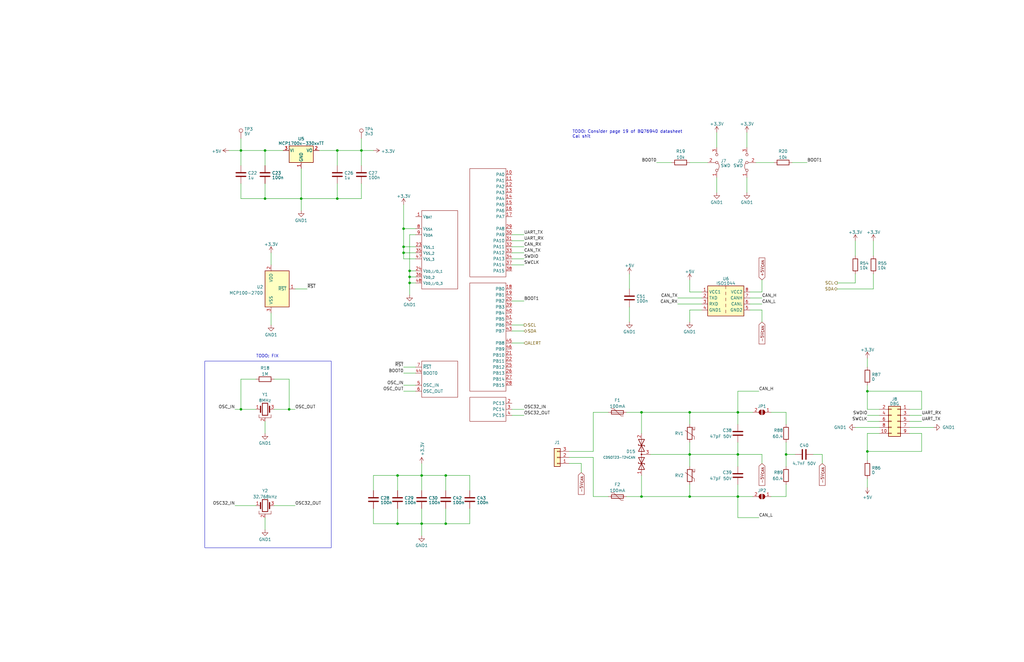
<source format=kicad_sch>
(kicad_sch (version 20230121) (generator eeschema)
  (paper "B")
  (lib_symbols
    (symbol "Connector:TestPoint" (pin_numbers hide) (pin_names (offset 0.762) hide)
      (property "Reference" "TP" (at 0 6.858 0))
      (property "Value" "TestPoint" (at 0 5.08 0))
      (symbol "TestPoint_1_1"
        (pin passive line (at 0 0 90) (length 2.54) (name "1") (number "1"))
      )
    )
    (symbol "Connector_Generic:Conn_01x03" (pin_names (offset 1.016) hide)
      (property "Reference" "J" (at 0 5.08 0))
      (property "Value" "Conn_01x03" (at 0 -5.08 0))
      (symbol "Conn_01x03_1_1"
        (pin passive line (at -5.08 2.54 0) (length 3.81) (name "Pin_1") (number "1"))
        (pin passive line (at -5.08 0 0) (length 3.81) (name "Pin_2") (number "2"))
        (pin passive line (at -5.08 -2.54 0) (length 3.81) (name "Pin_3") (number "3"))
      )
    )
    (symbol "Connector_Generic:Conn_02x05_Odd_Even" (pin_names (offset 1.016) hide)
      (property "Reference" "J" (at 1.27 7.62 0))
      (property "Value" "Conn_02x05_Odd_Even" (at 1.27 -7.62 0))
      (symbol "Conn_02x05_Odd_Even_1_1"
        (pin passive line (at -5.08 5.08 0) (length 3.81) (name "Pin_1") (number "1"))
        (pin passive line (at 7.62 -5.08 180) (length 3.81) (name "Pin_10") (number "10"))
        (pin passive line (at 7.62 5.08 180) (length 3.81) (name "Pin_2") (number "2"))
        (pin passive line (at -5.08 2.54 0) (length 3.81) (name "Pin_3") (number "3"))
        (pin passive line (at 7.62 2.54 180) (length 3.81) (name "Pin_4") (number "4"))
        (pin passive line (at -5.08 0 0) (length 3.81) (name "Pin_5") (number "5"))
        (pin passive line (at 7.62 0 180) (length 3.81) (name "Pin_6") (number "6"))
        (pin passive line (at -5.08 -2.54 0) (length 3.81) (name "Pin_7") (number "7"))
        (pin passive line (at 7.62 -2.54 180) (length 3.81) (name "Pin_8") (number "8"))
        (pin passive line (at -5.08 -5.08 0) (length 3.81) (name "Pin_9") (number "9"))
      )
    )
    (symbol "Device:C" (pin_numbers hide) (pin_names (offset 0.254))
      (property "Reference" "C" (at 0.635 2.54 0))
      (property "Value" "C" (at 0.635 -2.54 0))
      (symbol "C_1_1"
        (pin passive line (at 0 3.81 270) (length 2.794) (name "~") (number "1"))
        (pin passive line (at 0 -3.81 90) (length 2.794) (name "~") (number "2"))
      )
    )
    (symbol "Device:Crystal_GND2" (pin_names (offset 1.016) hide)
      (property "Reference" "Y" (at 0 5.715 0))
      (property "Value" "Crystal_GND2" (at 0 3.81 0))
      (symbol "Crystal_GND2_1_1"
        (pin passive line (at -3.81 0 0) (length 1.27) (name "1") (number "1"))
        (pin passive line (at 0 -5.08 90) (length 1.27) (name "2") (number "2"))
        (pin passive line (at 3.81 0 180) (length 1.27) (name "3") (number "3"))
      )
    )
    (symbol "Device:D_TVS_Dual_AAC" (pin_names (offset 1.016) hide)
      (property "Reference" "D" (at 0 4.445 0))
      (property "Value" "D_TVS_Dual_AAC" (at 0 2.54 0))
      (symbol "D_TVS_Dual_AAC_1_1"
        (pin passive line (at -8.89 0 0) (length 2.54) (name "A1") (number "1"))
        (pin passive line (at 8.89 0 180) (length 2.54) (name "A2") (number "2"))
        (pin input line (at 0 -3.81 90) (length 2.54) (name "common") (number "3"))
      )
    )
    (symbol "Device:Polyfuse" (pin_numbers hide) (pin_names (offset 0))
      (property "Reference" "F" (at -2.54 0 90))
      (property "Value" "Polyfuse" (at 2.54 0 90))
      (symbol "Polyfuse_1_1"
        (pin passive line (at 0 3.81 270) (length 1.27) (name "~") (number "1"))
        (pin passive line (at 0 -3.81 90) (length 1.27) (name "~") (number "2"))
      )
    )
    (symbol "Device:R" (pin_numbers hide) (pin_names (offset 0))
      (property "Reference" "R" (at 2.032 0 90))
      (property "Value" "R" (at 0 0 90))
      (symbol "R_1_1"
        (pin passive line (at 0 3.81 270) (length 1.27) (name "~") (number "1"))
        (pin passive line (at 0 -3.81 90) (length 1.27) (name "~") (number "2"))
      )
    )
    (symbol "Device:Varistor" (pin_numbers hide) (pin_names (offset 0))
      (property "Reference" "RV" (at 3.175 0 90))
      (property "Value" "Varistor" (at -3.175 0 90))
      (symbol "Varistor_0_0"
        (text "U" (at -1.778 -2.032 0) (effects (font (size 1.27 1.27))))
      )
      (symbol "Varistor_1_1"
        (pin passive line (at 0 3.81 270) (length 1.27) (name "~") (number "1"))
        (pin passive line (at 0 -3.81 90) (length 1.27) (name "~") (number "2"))
      )
    )
    (symbol "Jumper:Jumper_3_Bridged12" (pin_names (offset 0) hide)
      (property "Reference" "JP" (at -2.54 -2.54 0))
      (property "Value" "Jumper_3_Bridged12" (at 0 2.794 0))
      (symbol "Jumper_3_Bridged12_1_1"
        (pin passive line (at -6.35 0 0) (length 2.54) (name "A") (number "1"))
        (pin passive line (at 0 -3.81 90) (length 2.54) (name "C") (number "2"))
        (pin passive line (at 6.35 0 180) (length 2.54) (name "B") (number "3"))
      )
    )
    (symbol "Jumper:SolderJumper_2_Open" (pin_names (offset 0) hide)
      (property "Reference" "JP" (at 0 2.032 0))
      (property "Value" "SolderJumper_2_Open" (at 0 -2.54 0))
      (symbol "SolderJumper_2_Open_1_1"
        (pin passive line (at -3.81 0 0) (length 2.54) (name "A") (number "1"))
        (pin passive line (at 3.81 0 180) (length 2.54) (name "B") (number "2"))
      )
    )
    (symbol "Power_Supervisor:MCP100-270D" (pin_names (offset 1.016))
      (property "Reference" "U" (at 0 8.89 0))
      (property "Value" "MCP100-270D" (at -1.27 -8.89 0))
      (symbol "MCP100-270D_1_1"
        (pin output line (at 7.62 0 180) (length 2.54) (name "~{RST}") (number "1"))
        (pin power_in line (at -2.54 10.16 270) (length 2.54) (name "VDD") (number "2"))
        (pin power_in line (at -2.54 -10.16 90) (length 2.54) (name "VSS") (number "3"))
      )
    )
    (symbol "Regulator_Linear:MCP1700x-330xxTT" (pin_names (offset 0.254))
      (property "Reference" "U" (at -3.81 3.175 0))
      (property "Value" "MCP1700x-330xxTT" (at 0 3.175 0))
      (symbol "MCP1700x-330xxTT_1_1"
        (pin power_in line (at 0 -7.62 90) (length 2.54) (name "GND") (number "1"))
        (pin power_out line (at 7.62 0 180) (length 2.54) (name "VO") (number "2"))
        (pin power_in line (at -7.62 0 0) (length 2.54) (name "VI") (number "3"))
      )
    )
    (symbol "power:+3.3V" (power) (pin_names (offset 0))
      (property "Value" "+3.3V" (at 0 3.556 0))
      (symbol "+3.3V_1_1"
        (pin power_in line (at 0 0 90) (length 0) hide (name "+3.3V") (number "1"))
      )
    )
    (symbol "power:+5V" (power) (pin_names (offset 0))
      (property "Value" "+5V" (at 0 3.556 0))
      (symbol "+5V_1_1"
        (pin power_in line (at 0 0 90) (length 0) hide (name "+5V") (number "1"))
      )
    )
    (symbol "power:GND1" (power) (pin_names (offset 0))
      (property "Value" "GND1" (at 0 -3.81 0))
      (symbol "GND1_1_1"
        (pin power_in line (at 0 0 270) (length 0) hide (name "GND1") (number "1"))
      )
    )
    (symbol "qtech:CH32V203CxT6"
      (symbol "CH32V203CxT6_1_1"
        (pin input line (at 10.16 20.32 180) (length 2.54) (name "PA0") (number "10"))
        (pin input line (at 10.16 17.78 180) (length 2.54) (name "PA1") (number "11"))
        (pin input line (at 10.16 15.24 180) (length 2.54) (name "PA2") (number "12"))
        (pin input line (at 10.16 12.7 180) (length 2.54) (name "PA3") (number "13"))
        (pin input line (at 10.16 10.16 180) (length 2.54) (name "PA4") (number "14"))
        (pin input line (at 10.16 7.62 180) (length 2.54) (name "PA5") (number "15"))
        (pin input line (at 10.16 5.08 180) (length 2.54) (name "PA6") (number "16"))
        (pin input line (at 10.16 2.54 180) (length 2.54) (name "PA7") (number "17"))
        (pin input line (at 10.16 -2.54 180) (length 2.54) (name "PA8") (number "29"))
        (pin input line (at 10.16 -5.08 180) (length 2.54) (name "PA9") (number "30"))
        (pin input line (at 10.16 -7.62 180) (length 2.54) (name "PA10") (number "31"))
        (pin input line (at 10.16 -10.16 180) (length 2.54) (name "PA11") (number "32"))
        (pin input line (at 10.16 -12.7 180) (length 2.54) (name "PA12") (number "33"))
        (pin input line (at 10.16 -15.24 180) (length 2.54) (name "PA13") (number "34"))
        (pin input line (at 10.16 -17.78 180) (length 2.54) (name "PA14") (number "37"))
        (pin input line (at 10.16 -20.32 180) (length 2.54) (name "PA15") (number "38"))
      )
      (symbol "CH32V203CxT6_2_1"
        (pin input line (at 10.16 20.32 180) (length 2.54) (name "PB0") (number "18"))
        (pin input line (at 10.16 17.78 180) (length 2.54) (name "PB1") (number "19"))
        (pin input line (at 10.16 15.24 180) (length 2.54) (name "PB2") (number "20"))
        (pin input line (at 10.16 -7.62 180) (length 2.54) (name "PB10") (number "21"))
        (pin input line (at 10.16 -10.16 180) (length 2.54) (name "PB11") (number "22"))
        (pin input line (at 10.16 -12.7 180) (length 2.54) (name "PB12") (number "25"))
        (pin input line (at 10.16 -15.24 180) (length 2.54) (name "PB13") (number "26"))
        (pin input line (at 10.16 -17.78 180) (length 2.54) (name "PB14") (number "27"))
        (pin input line (at 10.16 -20.32 180) (length 2.54) (name "PB15") (number "28"))
        (pin input line (at 10.16 12.7 180) (length 2.54) (name "PB3") (number "39"))
        (pin input line (at 10.16 10.16 180) (length 2.54) (name "PB4") (number "40"))
        (pin input line (at 10.16 7.62 180) (length 2.54) (name "PB5") (number "41"))
        (pin input line (at 10.16 5.08 180) (length 2.54) (name "PB6") (number "42"))
        (pin input line (at 10.16 2.54 180) (length 2.54) (name "PB7") (number "43"))
        (pin input line (at 10.16 -2.54 180) (length 2.54) (name "PB8") (number "45"))
        (pin input line (at 10.16 -5.08 180) (length 2.54) (name "PB9") (number "46"))
      )
      (symbol "CH32V203CxT6_3_1"
        (pin input line (at 10.16 2.54 180) (length 2.54) (name "PC13") (number "2"))
        (pin input line (at 10.16 0 180) (length 2.54) (name "PC14") (number "3"))
        (pin input line (at 10.16 -2.54 180) (length 2.54) (name "PC15") (number "4"))
      )
      (symbol "CH32V203CxT6_4_1"
        (pin input line (at -10.16 2.54 0) (length 2.54) (name "BOOT0") (number "44"))
        (pin input line (at -10.16 -2.54 0) (length 2.54) (name "OSC_IN") (number "5"))
        (pin input line (at -10.16 -5.08 0) (length 2.54) (name "OSC_OUT") (number "6"))
        (pin input line (at -10.16 5.08 0) (length 2.54) (name "~{RST}") (number "7"))
      )
      (symbol "CH32V203CxT6_5_1"
        (pin input line (at -10.16 15.24 0) (length 2.54) (name "V_{BAT}") (number "1"))
        (pin input line (at -10.16 2.54 0) (length 2.54) (name "V_{SS_1}") (number "23"))
        (pin input line (at -10.16 -7.62 0) (length 2.54) (name "V_{DD_I/O_1}") (number "24"))
        (pin input line (at -10.16 0 0) (length 2.54) (name "V_{SS_2}") (number "35"))
        (pin input line (at -10.16 -10.16 0) (length 2.54) (name "V_{DD_2}") (number "36"))
        (pin input line (at -10.16 -2.54 0) (length 2.54) (name "V_{SS_3}") (number "47"))
        (pin input line (at -10.16 -12.7 0) (length 2.54) (name "V_{DD_I/O_3}") (number "48"))
        (pin input line (at -10.16 10.16 0) (length 2.54) (name "V_{SSA}") (number "8"))
        (pin input line (at -10.16 7.62 0) (length 2.54) (name "V_{DDA}") (number "9"))
      )
    )
    (symbol "qtech:ISO1044"
      (property "Reference" "U" (at -7.62 8.89 0))
      (property "Value" "ISO1044" (at -7.62 6.35 0))
      (symbol "ISO1044_1_1"
        (pin power_in line (at -10.16 2.54 0) (length 2.54) (name "VCC1") (number "1"))
        (pin input line (at -10.16 0 0) (length 2.54) (name "TXD") (number "2"))
        (pin output line (at -10.16 -2.54 0) (length 2.54) (name "RXD") (number "3"))
        (pin power_in line (at -10.16 -5.08 0) (length 2.54) (name "GND1") (number "4"))
        (pin power_in line (at 10.16 -5.08 180) (length 2.54) (name "GND2") (number "5"))
        (pin bidirectional line (at 10.16 -2.54 180) (length 2.54) (name "CANL") (number "6"))
        (pin bidirectional line (at 10.16 0 180) (length 2.54) (name "CANH") (number "7"))
        (pin power_in line (at 10.16 2.54 180) (length 2.54) (name "VCC2") (number "8"))
      )
    )
  )
  (junction (at 311.15 173.99))
  (junction (at 127 83.82))
  (junction (at 177.8 220.98))
  (junction (at 311.15 191.77))
  (junction (at 142.24 63.5))
  (junction (at 172.72 116.84))
  (junction (at 270.51 173.99))
  (junction (at 331.47 191.77))
  (junction (at 290.83 173.99))
  (junction (at 170.18 104.14))
  (junction (at 187.96 220.98))
  (junction (at 177.8 200.66))
  (junction (at 167.64 220.98))
  (junction (at 142.24 83.82))
  (junction (at 170.18 96.52))
  (junction (at 290.83 209.55))
  (junction (at 152.4 63.5))
  (junction (at 172.72 119.38))
  (junction (at 365.76 165.1))
  (junction (at 111.76 83.82))
  (junction (at 290.83 191.77))
  (junction (at 101.6 63.5))
  (junction (at 111.76 63.5))
  (junction (at 101.6 172.72))
  (junction (at 270.51 209.55))
  (junction (at 172.72 114.3))
  (junction (at 365.76 190.5))
  (junction (at 121.92 172.72))
  (junction (at 167.64 200.66))
  (junction (at 311.15 209.55))
  (junction (at 187.96 200.66))
  (junction (at 170.18 106.68))
  (wire (pts (xy 152.4 69.85) (xy 152.4 63.5)))
  (wire (pts (xy 115.57 213.36) (xy 124.46 213.36)))
  (wire (pts (xy 270.51 209.55) (xy 290.83 209.55)))
  (wire (pts (xy 142.24 77.47) (xy 142.24 83.82)))
  (wire (pts (xy 331.47 173.99) (xy 325.12 173.99)))
  (wire (pts (xy 302.26 55.88) (xy 302.26 62.23)))
  (wire (pts (xy 383.54 177.8) (xy 388.62 177.8)))
  (wire (pts (xy 187.96 220.98) (xy 187.96 214.63)))
  (wire (pts (xy 295.91 128.27) (xy 285.75 128.27)))
  (wire (pts (xy 115.57 172.72) (xy 121.92 172.72)))
  (wire (pts (xy 250.19 173.99) (xy 256.54 173.99)))
  (wire (pts (xy 383.54 172.72) (xy 388.62 172.72)))
  (wire (pts (xy 365.76 182.88) (xy 365.76 190.5)))
  (wire (pts (xy 368.3 101.6) (xy 368.3 107.95)))
  (wire (pts (xy 295.91 125.73) (xy 285.75 125.73)))
  (wire (pts (xy 331.47 204.47) (xy 331.47 209.55)))
  (wire (pts (xy 311.15 204.47) (xy 311.15 209.55)))
  (wire (pts (xy 311.15 165.1) (xy 311.15 173.99)))
  (wire (pts (xy 198.12 220.98) (xy 198.12 214.63)))
  (wire (pts (xy 368.3 115.57) (xy 368.3 121.92)))
  (wire (pts (xy 172.72 119.38) (xy 172.72 116.84)))
  (wire (pts (xy 331.47 209.55) (xy 325.12 209.55)))
  (wire (pts (xy 250.19 209.55) (xy 256.54 209.55)))
  (wire (pts (xy 353.06 121.92) (xy 368.3 121.92)))
  (wire (pts (xy 311.15 173.99) (xy 317.5 173.99)))
  (wire (pts (xy 220.98 172.72) (xy 215.9 172.72)))
  (wire (pts (xy 170.18 165.1) (xy 175.26 165.1)))
  (wire (pts (xy 172.72 116.84) (xy 175.26 116.84)))
  (wire (pts (xy 290.83 68.58) (xy 298.45 68.58)))
  (wire (pts (xy 111.76 63.5) (xy 119.38 63.5)))
  (wire (pts (xy 365.76 151.13) (xy 365.76 154.94)))
  (wire (pts (xy 388.62 182.88) (xy 383.54 182.88)))
  (wire (pts (xy 340.36 68.58) (xy 334.01 68.58)))
  (wire (pts (xy 170.18 96.52) (xy 170.18 104.14)))
  (wire (pts (xy 152.4 83.82) (xy 152.4 77.47)))
  (wire (pts (xy 321.31 123.19) (xy 316.23 123.19)))
  (wire (pts (xy 167.64 200.66) (xy 167.64 207.01)))
  (wire (pts (xy 331.47 191.77) (xy 335.28 191.77)))
  (wire (pts (xy 388.62 182.88) (xy 388.62 190.5)))
  (wire (pts (xy 167.64 214.63) (xy 167.64 220.98)))
  (wire (pts (xy 365.76 162.56) (xy 365.76 165.1)))
  (wire (pts (xy 388.62 165.1) (xy 388.62 172.72)))
  (wire (pts (xy 111.76 63.5) (xy 111.76 69.85)))
  (wire (pts (xy 198.12 200.66) (xy 187.96 200.66)))
  (wire (pts (xy 250.19 193.04) (xy 240.03 193.04)))
  (wire (pts (xy 331.47 186.69) (xy 331.47 191.77)))
  (wire (pts (xy 172.72 114.3) (xy 175.26 114.3)))
  (wire (pts (xy 170.18 157.48) (xy 175.26 157.48)))
  (wire (pts (xy 170.18 104.14) (xy 170.18 106.68)))
  (wire (pts (xy 311.15 209.55) (xy 317.5 209.55)))
  (wire (pts (xy 316.23 128.27) (xy 321.31 128.27)))
  (wire (pts (xy 157.48 214.63) (xy 157.48 220.98)))
  (wire (pts (xy 170.18 162.56) (xy 175.26 162.56)))
  (wire (pts (xy 265.43 115.57) (xy 265.43 121.92)))
  (wire (pts (xy 360.68 180.34) (xy 370.84 180.34)))
  (wire (pts (xy 311.15 173.99) (xy 311.15 179.07)))
  (wire (pts (xy 101.6 77.47) (xy 101.6 83.82)))
  (wire (pts (xy 172.72 99.06) (xy 175.26 99.06)))
  (wire (pts (xy 177.8 220.98) (xy 177.8 226.06)))
  (wire (pts (xy 245.11 199.39) (xy 245.11 195.58)))
  (wire (pts (xy 99.06 213.36) (xy 107.95 213.36)))
  (wire (pts (xy 114.3 106.68) (xy 114.3 111.76)))
  (wire (pts (xy 290.83 130.81) (xy 295.91 130.81)))
  (wire (pts (xy 187.96 220.98) (xy 198.12 220.98)))
  (wire (pts (xy 311.15 186.69) (xy 311.15 191.77)))
  (wire (pts (xy 101.6 172.72) (xy 107.95 172.72)))
  (wire (pts (xy 346.71 191.77) (xy 342.9 191.77)))
  (wire (pts (xy 215.9 137.16) (xy 220.98 137.16)))
  (wire (pts (xy 167.64 220.98) (xy 177.8 220.98)))
  (wire (pts (xy 172.72 119.38) (xy 172.72 124.46)))
  (wire (pts (xy 101.6 172.72) (xy 101.6 160.02)))
  (wire (pts (xy 250.19 193.04) (xy 250.19 209.55)))
  (wire (pts (xy 121.92 172.72) (xy 124.46 172.72)))
  (wire (pts (xy 290.83 135.89) (xy 290.83 130.81)))
  (wire (pts (xy 172.72 114.3) (xy 172.72 99.06)))
  (wire (pts (xy 167.64 200.66) (xy 177.8 200.66)))
  (wire (pts (xy 365.76 175.26) (xy 370.84 175.26)))
  (wire (pts (xy 177.8 214.63) (xy 177.8 220.98)))
  (wire (pts (xy 215.9 101.6) (xy 220.98 101.6)))
  (wire (pts (xy 314.96 62.23) (xy 314.96 55.88)))
  (wire (pts (xy 331.47 191.77) (xy 331.47 196.85)))
  (wire (pts (xy 321.31 118.11) (xy 321.31 123.19)))
  (wire (pts (xy 152.4 63.5) (xy 157.48 63.5)))
  (wire (pts (xy 111.76 77.47) (xy 111.76 83.82)))
  (wire (pts (xy 264.16 173.99) (xy 270.51 173.99)))
  (wire (pts (xy 157.48 200.66) (xy 157.48 207.01)))
  (wire (pts (xy 198.12 207.01) (xy 198.12 200.66)))
  (wire (pts (xy 383.54 175.26) (xy 388.62 175.26)))
  (wire (pts (xy 318.77 68.58) (xy 326.39 68.58)))
  (wire (pts (xy 290.83 191.77) (xy 274.32 191.77)))
  (wire (pts (xy 96.52 63.5) (xy 101.6 63.5)))
  (wire (pts (xy 331.47 179.07) (xy 331.47 173.99)))
  (wire (pts (xy 311.15 191.77) (xy 311.15 196.85)))
  (wire (pts (xy 220.98 127) (xy 215.9 127)))
  (wire (pts (xy 346.71 191.77) (xy 346.71 195.58)))
  (wire (pts (xy 311.15 191.77) (xy 321.31 191.77)))
  (wire (pts (xy 215.9 104.14) (xy 220.98 104.14)))
  (wire (pts (xy 365.76 190.5) (xy 365.76 194.31)))
  (wire (pts (xy 311.15 209.55) (xy 311.15 218.44)))
  (wire (pts (xy 101.6 63.5) (xy 101.6 69.85)))
  (wire (pts (xy 177.8 220.98) (xy 187.96 220.98)))
  (wire (pts (xy 365.76 165.1) (xy 365.76 172.72)))
  (wire (pts (xy 321.31 135.89) (xy 321.31 130.81)))
  (wire (pts (xy 142.24 63.5) (xy 152.4 63.5)))
  (wire (pts (xy 270.51 173.99) (xy 290.83 173.99)))
  (wire (pts (xy 290.83 191.77) (xy 311.15 191.77)))
  (wire (pts (xy 111.76 218.44) (xy 111.76 223.52)))
  (wire (pts (xy 215.9 111.76) (xy 220.98 111.76)))
  (wire (pts (xy 170.18 106.68) (xy 170.18 109.22)))
  (wire (pts (xy 311.15 218.44) (xy 320.04 218.44)))
  (wire (pts (xy 383.54 180.34) (xy 393.7 180.34)))
  (wire (pts (xy 170.18 96.52) (xy 175.26 96.52)))
  (wire (pts (xy 240.03 190.5) (xy 250.19 190.5)))
  (wire (pts (xy 240.03 195.58) (xy 245.11 195.58)))
  (wire (pts (xy 220.98 175.26) (xy 215.9 175.26)))
  (wire (pts (xy 290.83 186.69) (xy 290.83 191.77)))
  (wire (pts (xy 290.83 209.55) (xy 311.15 209.55)))
  (wire (pts (xy 321.31 130.81) (xy 316.23 130.81)))
  (wire (pts (xy 99.06 172.72) (xy 101.6 172.72)))
  (wire (pts (xy 265.43 129.54) (xy 265.43 135.89)))
  (wire (pts (xy 365.76 165.1) (xy 388.62 165.1)))
  (wire (pts (xy 167.64 200.66) (xy 157.48 200.66)))
  (wire (pts (xy 365.76 182.88) (xy 370.84 182.88)))
  (wire (pts (xy 177.8 200.66) (xy 177.8 207.01)))
  (wire (pts (xy 270.51 200.66) (xy 270.51 209.55)))
  (wire (pts (xy 124.46 121.92) (xy 129.54 121.92)))
  (wire (pts (xy 187.96 207.01) (xy 187.96 200.66)))
  (wire (pts (xy 175.26 154.94) (xy 170.18 154.94)))
  (wire (pts (xy 101.6 63.5) (xy 111.76 63.5)))
  (wire (pts (xy 290.83 173.99) (xy 311.15 173.99)))
  (wire (pts (xy 360.68 115.57) (xy 360.68 119.38)))
  (wire (pts (xy 264.16 209.55) (xy 270.51 209.55)))
  (wire (pts (xy 290.83 123.19) (xy 295.91 123.19)))
  (wire (pts (xy 276.86 68.58) (xy 283.21 68.58)))
  (wire (pts (xy 290.83 191.77) (xy 290.83 196.85)))
  (wire (pts (xy 365.76 172.72) (xy 370.84 172.72)))
  (wire (pts (xy 142.24 63.5) (xy 142.24 69.85)))
  (wire (pts (xy 127 83.82) (xy 142.24 83.82)))
  (wire (pts (xy 215.9 139.7) (xy 220.98 139.7)))
  (wire (pts (xy 142.24 83.82) (xy 152.4 83.82)))
  (wire (pts (xy 215.9 106.68) (xy 220.98 106.68)))
  (wire (pts (xy 115.57 160.02) (xy 121.92 160.02)))
  (wire (pts (xy 111.76 83.82) (xy 127 83.82)))
  (wire (pts (xy 170.18 106.68) (xy 175.26 106.68)))
  (wire (pts (xy 101.6 83.82) (xy 111.76 83.82)))
  (wire (pts (xy 152.4 58.42) (xy 152.4 63.5)))
  (wire (pts (xy 290.83 118.11) (xy 290.83 123.19)))
  (wire (pts (xy 170.18 109.22) (xy 175.26 109.22)))
  (wire (pts (xy 101.6 58.42) (xy 101.6 63.5)))
  (wire (pts (xy 215.9 109.22) (xy 220.98 109.22)))
  (wire (pts (xy 270.51 173.99) (xy 270.51 182.88)))
  (wire (pts (xy 365.76 190.5) (xy 388.62 190.5)))
  (wire (pts (xy 134.62 63.5) (xy 142.24 63.5)))
  (wire (pts (xy 172.72 116.84) (xy 172.72 114.3)))
  (wire (pts (xy 157.48 220.98) (xy 167.64 220.98)))
  (wire (pts (xy 250.19 190.5) (xy 250.19 173.99)))
  (wire (pts (xy 321.31 191.77) (xy 321.31 195.58)))
  (wire (pts (xy 316.23 125.73) (xy 321.31 125.73)))
  (wire (pts (xy 114.3 132.08) (xy 114.3 137.16)))
  (wire (pts (xy 121.92 160.02) (xy 121.92 172.72)))
  (wire (pts (xy 187.96 200.66) (xy 177.8 200.66)))
  (wire (pts (xy 311.15 165.1) (xy 320.04 165.1)))
  (wire (pts (xy 111.76 177.8) (xy 111.76 182.88)))
  (wire (pts (xy 365.76 201.93) (xy 365.76 205.74)))
  (wire (pts (xy 170.18 86.36) (xy 170.18 96.52)))
  (wire (pts (xy 302.26 74.93) (xy 302.26 81.28)))
  (wire (pts (xy 127 83.82) (xy 127 88.9)))
  (wire (pts (xy 215.9 144.78) (xy 220.98 144.78)))
  (wire (pts (xy 365.76 177.8) (xy 370.84 177.8)))
  (wire (pts (xy 290.83 204.47) (xy 290.83 209.55)))
  (wire (pts (xy 353.06 119.38) (xy 360.68 119.38)))
  (wire (pts (xy 101.6 160.02) (xy 107.95 160.02)))
  (wire (pts (xy 360.68 101.6) (xy 360.68 107.95)))
  (wire (pts (xy 314.96 74.93) (xy 314.96 81.28)))
  (wire (pts (xy 170.18 104.14) (xy 175.26 104.14)))
  (wire (pts (xy 172.72 119.38) (xy 175.26 119.38)))
  (wire (pts (xy 215.9 99.06) (xy 220.98 99.06)))
  (wire (pts (xy 177.8 195.58) (xy 177.8 200.66)))
  (wire (pts (xy 290.83 173.99) (xy 290.83 179.07)))
  (wire (pts (xy 127 71.12) (xy 127 83.82)))
  (rectangle (start 86.36 152.4) (end 139.7 231.14))
  (text "TODO: FIX" (at 107.95 151.13 0) (effects (font (size 1.27 1.27)) (justify left bottom)))
  (text "TODO: Consider page 19 of BQ76940 datasheet\nCal shit" (at 241.3 58.42 0) (effects (font (size 1.27 1.27)) (justify left bottom)))
  (label "OSC32_IN" (at 99.06 213.36 180))
  (label "CAN_L" (at 320.04 218.44 0))
  (label "OSC32_OUT" (at 124.46 213.36 0))
  (label "UART_TX" (at 388.62 177.8 0))
  (label "OSC_IN" (at 170.18 162.56 180))
  (label "OSC_IN" (at 99.06 172.72 180))
  (label "SWDIO" (at 365.76 175.26 180))
  (label "CAN_H" (at 321.31 125.73 0))
  (label "SWCLK" (at 365.76 177.8 180))
  (label "OSC_OUT" (at 170.18 165.1 180))
  (label "CAN_RX" (at 285.75 128.27 180))
  (label "SWCLK" (at 220.98 111.76 0))
  (label "BOOT1" (at 220.98 127 0))
  (label "OSC32_OUT" (at 220.98 175.26 0))
  (label "~{RST}" (at 170.18 154.94 180))
  (label "UART_TX" (at 220.98 99.06 0))
  (label "~{RST}" (at 129.54 121.92 0))
  (label "CAN_H" (at 320.04 165.1 0))
  (label "UART_RX" (at 220.98 101.6 0))
  (label "BOOT1" (at 340.36 68.58 0))
  (label "BOOT0" (at 170.18 157.48 180))
  (label "SWDIO" (at 220.98 109.22 0))
  (label "BOOT0" (at 276.86 68.58 180))
  (label "OSC32_IN" (at 220.98 172.72 0))
  (label "CAN_TX" (at 285.75 125.73 180))
  (label "CAN_RX" (at 220.98 104.14 0))
  (label "UART_RX" (at 388.62 175.26 0))
  (label "OSC_OUT" (at 124.46 172.72 0))
  (label "CAN_TX" (at 220.98 106.68 0))
  (label "CAN_L" (at 321.31 128.27 0))
  (global_label "-5V_{CAN}" (shape input) (at 346.71 195.58 270) (property "Intersheetrefs" "${INTERSHEET_REFS}" (effects hide)))
  (global_label "+5V_{CAN}" (shape input) (at 321.31 118.11 90) (property "Intersheetrefs" "${INTERSHEET_REFS}" (effects hide)))
  (global_label "-5V_{CAN}" (shape input) (at 245.11 199.39 270) (property "Intersheetrefs" "${INTERSHEET_REFS}" (effects hide)))
  (global_label "-5V_{CAN}" (shape input) (at 321.31 135.89 270) (property "Intersheetrefs" "${INTERSHEET_REFS}" (effects hide)))
  (global_label "-5V_{CAN}" (shape input) (at 321.31 195.58 270) (property "Intersheetrefs" "${INTERSHEET_REFS}" (effects hide)))
  (hierarchical_label "SCL" (shape output) (at 220.98 137.16 0))
  (hierarchical_label "ALERT" (shape input) (at 220.98 144.78 0))
  (hierarchical_label "SCL" (shape output) (at 353.06 119.38 180))
  (hierarchical_label "SDA" (shape bidirectional) (at 353.06 121.92 180))
  (hierarchical_label "SDA" (shape bidirectional) (at 220.98 139.7 0))
  (symbol (lib_id "Device:R") (at 287.02 68.58 90) (unit 1)
    (property "Reference" "R19" (at 287.02 63.8642 90))
    (property "Value" "10k" (at 287.02 66.4011 90))
    (property "Footprint" "Resistor_SMD:R_0603_1608Metric" (effects hide))
    (property "Datasheet" "https://www.mouser.com/datasheet/2/219/RK73H-1825326.pdf" (effects hide))
    (property "Mouser" "https://www.mouser.com/ProductDetail/KOA-Speer/RK73H1JTTD1002F?qs=sGAEpiMZZMtlubZbdhIBINkEv%252BGnJSJCzf6arQIEEEA%3D" (effects hide))
    (property "Part Number" "RK73H1JTTD1002F" (effects hide))
    (property "Rating" "100mW" (effects hide))
  )
  (symbol (lib_id "qtech:CH32V203CxT6") (at 205.74 93.98 0) (unit 1)
    (property "Reference" "U3" (effects hide))
    (property "Value" "CH32V203CxT6" (effects hide))
    (property "Footprint" "Package_QFP:LQFP-48_7x7mm_P0.5mm" (effects hide))
    (property "Datasheet" "http://www.wch-ic.com/downloads/file/354.html" (effects hide))
    (property "Mouser" "-" (effects hide))
    (property "Part Number" "CH32V203C8T6" (effects hide))
  )
  (symbol (lib_id "power:GND1") (at 127 88.9 0) (unit 1)
    (property "Reference" "#PWR010" (effects hide))
    (property "Value" "GND1" (at 127 93.0355 0))
    (instances (project "bms" (path "" (reference "#PWR010") (unit 1)) (path "" (reference "#PWR020") (unit 1))))
  )
  (symbol (lib_id "Device:C") (at 265.43 125.73 0) (unit 1)
    (property "Reference" "C51" (at 268.351 125.0863 0) (effects (justify left)))
    (property "Value" "100n" (at 268.351 127.0073 0) (effects (justify left)))
    (property "Footprint" "Capacitor_SMD:C_0603_1608Metric" (effects hide))
    (property "Datasheet" "https://www.mouser.com/datasheet/2/40/X7RDielectric-2943470.pdf" (effects hide))
    (property "Mouser" "https://www.mouser.com/ProductDetail/KYOCERA-AVX/06035C104KAT2A?qs=sGAEpiMZZMs7ZEmUmaUL07F2qgI%252BUofJK2BrtL3gRPE%3D" (effects hide))
    (property "Part Number" "06035C104KAT2A" (effects hide))
    (property "Rating" "50V" (effects hide))
  )
  (symbol (lib_id "Connector:TestPoint") (at 152.4 58.42 0) (unit 1)
    (property "Reference" "TP4" (at 153.797 54.4743 0) (effects (justify left)))
    (property "Value" "3v3" (at 153.797 56.3953 0) (effects (justify left)))
    (property "Footprint" "TestPoint:TestPoint_Pad_D1.5mm" (effects hide))
  )
  (symbol (lib_id "power:GND1") (at 393.7 180.34 90) (unit 1)
    (property "Reference" "#PWR010" (effects hide))
    (property "Value" "GND1" (at 400.05 180.34 90))
    (instances (project "bms" (path "" (reference "#PWR010") (unit 1)) (path "" (reference "#PWR051") (unit 1))))
  )
  (symbol (lib_id "Device:R") (at 368.3 111.76 180) (unit 1)
    (property "Reference" "R55" (at 370.078 111.1163 0) (effects (justify right)))
    (property "Value" "10k" (at 370.078 113.0373 0) (effects (justify right)))
    (property "Footprint" "Resistor_SMD:R_0603_1608Metric" (effects hide))
    (property "Datasheet" "https://www.mouser.com/datasheet/2/219/RK73H-1825326.pdf" (effects hide))
    (property "Mouser" "https://www.mouser.com/ProductDetail/KOA-Speer/RK73H1JTTD1002F?qs=sGAEpiMZZMtlubZbdhIBINkEv%252BGnJSJCzf6arQIEEEA%3D" (effects hide))
    (property "Part Number" "RK73H1JTTD1002F" (effects hide))
    (property "Rating" "100mW" (effects hide))
  )
  (symbol (lib_id "Device:C") (at 167.64 210.82 0) (unit 1)
    (property "Reference" "C29" (at 170.561 210.1763 0) (effects (justify left)))
    (property "Value" "100n" (at 170.561 212.0973 0) (effects (justify left)))
    (property "Footprint" "Capacitor_SMD:C_0603_1608Metric" (effects hide))
    (property "Datasheet" "https://www.mouser.com/datasheet/2/40/X7RDielectric-2943470.pdf" (effects hide))
    (property "Mouser" "https://www.mouser.com/ProductDetail/KYOCERA-AVX/06035C104KAT2A?qs=sGAEpiMZZMs7ZEmUmaUL07F2qgI%252BUofJK2BrtL3gRPE%3D" (effects hide))
    (property "Part Number" "06035C104KAT2A" (effects hide))
    (property "Rating" "50V" (effects hide))
  )
  (symbol (lib_id "qtech:CH32V203CxT6") (at 205.74 142.24 0) (unit 2)
    (property "Reference" "U3" (effects hide))
    (property "Value" "CH32V203CxT6" (effects hide))
    (property "Footprint" "Package_QFP:LQFP-48_7x7mm_P0.5mm" (effects hide))
    (property "Datasheet" "http://www.wch-ic.com/downloads/file/354.html" (effects hide))
    (property "Mouser" "-" (effects hide))
    (property "Part Number" "CH32V203C8T6" (effects hide))
  )
  (symbol (lib_id "Regulator_Linear:MCP1700x-330xxTT") (at 127 63.5 0) (unit 1)
    (property "Reference" "U5" (at 127 58.5851 0))
    (property "Value" "MCP1700x-330xxTT" (at 127 60.5061 0))
    (property "Footprint" "Package_TO_SOT_SMD:SOT-23" (effects hide))
    (property "Datasheet" "http://ww1.microchip.com/downloads/en/DeviceDoc/20001826D.pdf" (effects hide))
    (property "Mouser" "https://www.mouser.com/ProductDetail/Microchip-Technology/MCP1700T-3302E-TT?qs=fM4xO01eazPmCNDrdHEdaw%3D%3D" (effects hide))
    (property "Part Number" "MCP1700T-3302E/TT " (effects hide))
  )
  (symbol (lib_id "power:GND1") (at 302.26 81.28 0) (unit 1)
    (property "Reference" "#PWR010" (effects hide))
    (property "Value" "GND1" (at 302.26 85.4155 0))
    (instances (project "bms" (path "" (reference "#PWR010") (unit 1)) (path "" (reference "#PWR022") (unit 1))))
  )
  (symbol (lib_id "qtech:CH32V203CxT6") (at 185.42 106.68 0) (unit 5)
    (property "Reference" "U3" (effects hide))
    (property "Value" "CH32V203CxT6" (effects hide))
    (property "Footprint" "Package_QFP:LQFP-48_7x7mm_P0.5mm" (effects hide))
    (property "Datasheet" "http://www.wch-ic.com/downloads/file/354.html" (effects hide))
    (property "Mouser" "-" (effects hide))
    (property "Part Number" "CH32V203C8T6" (effects hide))
  )
  (symbol (lib_id "Jumper:SolderJumper_2_Open") (at 321.31 173.99 0) (mirror y) (unit 1) (in_bom no)
    (property "Reference" "JP1" (at 321.31 171.45 0))
    (property "Value" "SolderJumper_2_Open" (effects hide))
    (property "Footprint" "Jumper:SolderJumper-2_P1.3mm_Open_RoundedPad1.0x1.5mm" (effects hide))
    (instances (project "bms" (path "" (reference "JP1") (unit 1))) (project "bcu" (path "" (reference "JP?") (unit 1)) (path "" (reference "JP3") (unit 1))))
  )
  (symbol (lib_id "Device:C") (at 142.24 73.66 0) (unit 1)
    (property "Reference" "C26" (at 145.161 73.0163 0) (effects (justify left)))
    (property "Value" "1u" (at 145.161 74.9373 0) (effects (justify left)))
    (property "Footprint" "Capacitor_SMD:C_0603_1608Metric" (effects hide))
    (property "Datasheet" "https://www.mouser.com/datasheet/2/585/MLCC-1837944.pdf" (effects hide))
    (property "Mouser" "https://www.mouser.com/ProductDetail/Samsung-Electro-Mechanics/CL10B105KA8NNND?qs=sGAEpiMZZMs7ZEmUmaUL03JOSOi7G3a3Pbmf%252BVZ%2FyZWWNareYBTNVg%3D%3D" (effects hide))
    (property "Part Number" "CL10B105KA8NNND" (effects hide))
    (property "Rating" "25V" (effects hide))
  )
  (symbol (lib_id "Device:C") (at 311.15 182.88 0) (mirror y) (unit 1)
    (property "Reference" "C38" (at 308.61 181.61 0) (effects (justify left)))
    (property "Value" "47pF 50V" (at 308.61 184.15 0) (effects (justify left)))
    (property "Footprint" "Capacitor_SMD:C_0402_1005Metric" (effects hide))
    (property "Datasheet" "https://www.mouser.com/datasheet/2/281/1/GRT1555C1H470JA02_01A-3157872.pdf" (effects hide))
    (property "Mouser" "https://www.mouser.com/ProductDetail/Murata-Electronics/GRT1555C1H470JA02D?qs=qkDYIeTQ%252BEmwVxkhIB%2FZ%2Fg%3D%3D" (effects hide))
    (property "Part Number" "GRT1555C1H470JA02D" (effects hide))
    (instances (project "bms" (path "" (reference "C38") (unit 1))) (project "bcu" (path "" (reference "C?") (unit 1)) (path "" (reference "C21") (unit 1))))
  )
  (symbol (lib_id "Connector_Generic:Conn_02x05_Odd_Even") (at 378.46 177.8 0) (mirror y) (unit 1)
    (property "Reference" "J8" (at 377.19 168.4401 0))
    (property "Value" "DBG" (at 377.19 170.3611 0))
    (property "Footprint" "Connector_PinSocket_2.54mm:PinSocket_2x05_P2.54mm_Vertical" (effects hide))
  )
  (symbol (lib_id "Connector_Generic:Conn_01x03") (at 234.95 193.04 180) (unit 1)
    (property "Reference" "J1" (at 234.95 186.69 0))
    (property "Value" "Conn_01x03" (effects hide))
    (property "Footprint" "Connector_JST:JST_XA_S02B-XASK-1_1x02_P2.50mm_Horizontal" (effects hide))
    (instances (project "bms" (path "" (reference "J1") (unit 1))) (project "bcu" (path "" (reference "J3") (unit 1))))
  )
  (symbol (lib_id "power:+5V") (at 265.43 115.57 0) (unit 1)
    (property "Reference" "#PWR01" (effects hide))
    (property "Value" "+5V" (at 265.43 112.0681 0))
    (instances (project "bms" (path "" (reference "#PWR01") (unit 1)) (path "" (reference "#PWR040") (unit 1))))
  )
  (symbol (lib_id "Device:C") (at 152.4 73.66 0) (unit 1)
    (property "Reference" "C27" (at 155.321 73.0163 0) (effects (justify left)))
    (property "Value" "100n" (at 155.321 74.9373 0) (effects (justify left)))
    (property "Footprint" "Capacitor_SMD:C_0603_1608Metric" (effects hide))
    (property "Datasheet" "https://www.mouser.com/datasheet/2/40/X7RDielectric-2943470.pdf" (effects hide))
    (property "Mouser" "https://www.mouser.com/ProductDetail/KYOCERA-AVX/06035C104KAT2A?qs=sGAEpiMZZMs7ZEmUmaUL07F2qgI%252BUofJK2BrtL3gRPE%3D" (effects hide))
    (property "Part Number" "06035C104KAT2A" (effects hide))
    (property "Rating" "50V" (effects hide))
  )
  (symbol (lib_id "qtech:CH32V203CxT6") (at 185.42 160.02 0) (unit 4)
    (property "Reference" "U3" (effects hide))
    (property "Value" "CH32V203CxT6" (effects hide))
    (property "Footprint" "Package_QFP:LQFP-48_7x7mm_P0.5mm" (effects hide))
    (property "Datasheet" "http://www.wch-ic.com/downloads/file/354.html" (effects hide))
    (property "Mouser" "-" (effects hide))
    (property "Part Number" "CH32V203C8T6" (effects hide))
  )
  (symbol (lib_id "power:+3.3V") (at 177.8 195.58 0) (unit 1)
    (property "Reference" "#PWR036" (effects hide))
    (property "Value" "+3.3V" (at 178.1168 192.405 90) (effects (justify left)))
  )
  (symbol (lib_id "power:GND1") (at 177.8 226.06 0) (unit 1)
    (property "Reference" "#PWR010" (effects hide))
    (property "Value" "GND1" (at 177.8 230.1955 0))
    (instances (project "bms" (path "" (reference "#PWR010") (unit 1)) (path "" (reference "#PWR015") (unit 1))))
  )
  (symbol (lib_id "Device:R") (at 331.47 200.66 0) (mirror y) (unit 1)
    (property "Reference" "R89" (at 330.2 199.39 0) (effects (justify left)))
    (property "Value" "60.4" (at 330.2 201.93 0) (effects (justify left)))
    (property "Footprint" "Resistor_SMD:R_0603_1608Metric" (effects hide))
    (property "Datasheet" "https://www.vishay.com/doc?20035" (effects hide))
    (property "Mouser" "https://www.mouser.com/ProductDetail/Vishay-Dale/CRCW060360R4FKEA?qs=6fyMJ9%2FiJ9KMVX8MBWVfDg%3D%3D" (effects hide))
    (property "Part Number" "CRCW060360R4FKEA" (effects hide))
    (instances (project "bms" (path "" (reference "R89") (unit 1))) (project "bcu" (path "" (reference "R?") (unit 1)) (path "" (reference "R9") (unit 1))))
  )
  (symbol (lib_id "power:+3.3V") (at 157.48 63.5 270) (unit 1)
    (property "Reference" "#PWR030" (effects hide))
    (property "Value" "+3.3V" (at 160.655 63.8168 90) (effects (justify left)))
  )
  (symbol (lib_id "power:+5V") (at 96.52 63.5 90) (unit 1)
    (property "Reference" "#PWR01" (effects hide))
    (property "Value" "+5V" (at 93.3451 63.8168 90) (effects (justify left)))
    (instances (project "bms" (path "" (reference "#PWR01") (unit 1)) (path "" (reference "#PWR031") (unit 1))))
  )
  (symbol (lib_id "power:GND1") (at 314.96 81.28 0) (unit 1)
    (property "Reference" "#PWR010" (effects hide))
    (property "Value" "GND1" (at 314.96 85.4155 0))
    (instances (project "bms" (path "" (reference "#PWR010") (unit 1)) (path "" (reference "#PWR024") (unit 1))))
  )
  (symbol (lib_id "Device:R") (at 360.68 111.76 180) (unit 1)
    (property "Reference" "R54" (at 362.458 111.1163 0) (effects (justify right)))
    (property "Value" "10k" (at 362.458 113.0373 0) (effects (justify right)))
    (property "Footprint" "Resistor_SMD:R_0603_1608Metric" (effects hide))
    (property "Datasheet" "https://www.mouser.com/datasheet/2/219/RK73H-1825326.pdf" (effects hide))
    (property "Mouser" "https://www.mouser.com/ProductDetail/KOA-Speer/RK73H1JTTD1002F?qs=sGAEpiMZZMtlubZbdhIBINkEv%252BGnJSJCzf6arQIEEEA%3D" (effects hide))
    (property "Part Number" "RK73H1JTTD1002F" (effects hide))
    (property "Rating" "100mW" (effects hide))
  )
  (symbol (lib_id "Jumper:Jumper_3_Bridged12") (at 302.26 68.58 270) (mirror x) (unit 1)
    (property "Reference" "J7" (at 303.8861 67.9363 90) (effects (justify left)))
    (property "Value" "SWD" (at 303.8861 69.8573 90) (effects (justify left)))
    (property "Footprint" "Jumper:SolderJumper-3_P1.3mm_Bridged12_RoundedPad1.0x1.5mm" (effects hide))
  )
  (symbol (lib_id "power:GND1") (at 114.3 137.16 0) (unit 1)
    (property "Reference" "#PWR010" (effects hide))
    (property "Value" "GND1" (at 114.3 141.2955 0))
    (instances (project "bms" (path "" (reference "#PWR010") (unit 1)) (path "" (reference "#PWR037") (unit 1))))
  )
  (symbol (lib_id "Device:Crystal_GND2") (at 111.76 172.72 0) (unit 1)
    (property "Reference" "Y1" (at 111.76 166.4548 0))
    (property "Value" "8MHz" (at 111.76 168.9917 0))
    (property "Footprint" "Crystal:Resonator_SMD_Murata_CSTxExxV-3Pin_3.0x1.1mm" (effects hide))
    (property "Datasheet" "https://www.mouser.com/datasheet/2/122/ECS_2520MVLC-1903379.pdf" (effects hide))
    (property "Mouser" "https://www.mouser.com/ProductDetail/ECS/ECS-2520MVLC-080-BP-TR?qs=vvQtp7zwQdOZufp%2FvZIBtw%3D%3D" (effects hide))
    (property "Part Number" "ECS-2520MVLC-080-BP-TR" (effects hide))
    (property "Rating" "10-20pF" (effects hide))
  )
  (symbol (lib_id "power:+3.3V") (at 302.26 55.88 0) (unit 1)
    (property "Reference" "#PWR021" (effects hide))
    (property "Value" "+3.3V" (at 302.26 52.3042 0))
  )
  (symbol (lib_id "power:GND1") (at 111.76 223.52 0) (unit 1)
    (property "Reference" "#PWR010" (effects hide))
    (property "Value" "GND1" (at 111.76 227.6555 0))
    (instances (project "bms" (path "" (reference "#PWR010") (unit 1)) (path "" (reference "#PWR016") (unit 1))))
  )
  (symbol (lib_id "Device:C") (at 101.6 73.66 0) (unit 1)
    (property "Reference" "C22" (at 104.521 73.0163 0) (effects (justify left)))
    (property "Value" "1u" (at 104.521 74.9373 0) (effects (justify left)))
    (property "Footprint" "Capacitor_SMD:C_0603_1608Metric" (effects hide))
    (property "Datasheet" "https://www.mouser.com/datasheet/2/585/MLCC-1837944.pdf" (effects hide))
    (property "Mouser" "https://www.mouser.com/ProductDetail/Samsung-Electro-Mechanics/CL10B105KA8NNND?qs=sGAEpiMZZMs7ZEmUmaUL03JOSOi7G3a3Pbmf%252BVZ%2FyZWWNareYBTNVg%3D%3D" (effects hide))
    (property "Part Number" "CL10B105KA8NNND" (effects hide))
    (property "Rating" "25V" (effects hide))
  )
  (symbol (lib_id "power:GND1") (at 172.72 124.46 0) (unit 1)
    (property "Reference" "#PWR010" (effects hide))
    (property "Value" "GND1" (at 172.72 128.5955 0))
    (instances (project "bms" (path "" (reference "#PWR010") (unit 1)) (path "" (reference "#PWR035") (unit 1))))
  )
  (symbol (lib_id "power:GND1") (at 111.76 182.88 0) (unit 1)
    (property "Reference" "#PWR010" (effects hide))
    (property "Value" "GND1" (at 111.76 187.0155 0))
    (instances (project "bms" (path "" (reference "#PWR010") (unit 1)) (path "" (reference "#PWR018") (unit 1))))
  )
  (symbol (lib_id "Device:C") (at 339.09 191.77 90) (mirror x) (unit 1)
    (property "Reference" "C40" (at 339.09 187.96 90))
    (property "Value" "4.7nF 50V" (at 339.09 195.58 90))
    (property "Footprint" "Capacitor_SMD:C_0402_1005Metric" (effects hide))
    (property "Datasheet" "https://www.mouser.com/datasheet/2/281/1/GCM155R72A472KA37_01A-3142478.pdf" (effects hide))
    (property "Mouser" "https://www.mouser.com/ProductDetail/Murata-Electronics/GCM155R72A472KA37D?qs=aEuGZpxfbxUdOQVE8GeD2Q%3D%3D" (effects hide))
    (property "Part Number" "GCM155R72A472KA37D" (effects hide))
    (instances (project "bms" (path "" (reference "C40") (unit 1))) (project "bcu" (path "" (reference "C?") (unit 1)) (path "" (reference "C24") (unit 1))))
  )
  (symbol (lib_id "Device:C") (at 198.12 210.82 0) (unit 1)
    (property "Reference" "C43" (at 201.041 210.1763 0) (effects (justify left)))
    (property "Value" "100n" (at 201.041 212.0973 0) (effects (justify left)))
    (property "Footprint" "Capacitor_SMD:C_0603_1608Metric" (effects hide))
    (property "Datasheet" "https://www.mouser.com/datasheet/2/40/X7RDielectric-2943470.pdf" (effects hide))
    (property "Mouser" "https://www.mouser.com/ProductDetail/KYOCERA-AVX/06035C104KAT2A?qs=sGAEpiMZZMs7ZEmUmaUL07F2qgI%252BUofJK2BrtL3gRPE%3D" (effects hide))
    (property "Part Number" "06035C104KAT2A" (effects hide))
    (property "Rating" "50V" (effects hide))
  )
  (symbol (lib_id "Device:Crystal_GND2") (at 111.76 213.36 0) (unit 1)
    (property "Reference" "Y2" (at 111.76 207.0948 0))
    (property "Value" "32.768kHz" (at 111.76 209.6317 0))
    (property "Footprint" "Crystal:Resonator_SMD_Murata_CSTxExxV-3Pin_3.0x1.1mm" (effects hide))
    (property "Datasheet" "https://www.mouser.com/datasheet/2/122/ECS-327ATQMV-1369911.pdf" (effects hide))
    (property "Mouser" "https://www.mouser.com/ProductDetail/ECS/ECS-327ATQMV-AS-TR?qs=MLItCLRbWswfpblSDJ1g4A%3D%3D" (effects hide))
    (property "Part Number" "ECS-327ATQMV-AS-TR" (effects hide))
    (property "Rating" "10-20pF" (effects hide))
  )
  (symbol (lib_id "power:+5V") (at 290.83 118.11 0) (unit 1)
    (property "Reference" "#PWR01" (effects hide))
    (property "Value" "+5V" (at 290.83 114.6081 0))
    (instances (project "bms" (path "" (reference "#PWR01") (unit 1)) (path "" (reference "#PWR042") (unit 1))))
  )
  (symbol (lib_id "power:+3.3V") (at 170.18 86.36 0) (unit 1)
    (property "Reference" "#PWR019" (effects hide))
    (property "Value" "+3.3V" (at 170.18 82.7842 0))
  )
  (symbol (lib_id "Device:Polyfuse") (at 260.35 209.55 270) (mirror x) (unit 1)
    (property "Reference" "F2" (at 260.35 204.47 90))
    (property "Value" "100mA" (at 260.35 207.01 90))
    (property "Footprint" "Fuse:Fuse_1206_3216Metric" (effects hide))
    (property "Datasheet" "https://www.mouser.com/datasheet/2/643/ds_CP_0ZTJ_series-1960408.pdf" (effects hide))
    (property "Mouser" "https://www.mouser.com/ProductDetail/Bel-Fuse/0ZTJ0010FF2E?qs=sPbYRqrBIVloRUc9cuHcrQ%3D%3D" (effects hide))
    (property "Part Number" "0ZTJ0010FF2E" (effects hide))
    (instances (project "bms" (path "" (reference "F2") (unit 1))) (project "bcu" (path "" (reference "F6") (unit 1))))
  )
  (symbol (lib_id "power:+3.3V") (at 114.3 106.68 0) (unit 1)
    (property "Reference" "#PWR017" (effects hide))
    (property "Value" "+3.3V" (at 114.3 103.1042 0))
  )
  (symbol (lib_id "qtech:ISO1044") (at 306.07 125.73 0) (unit 1)
    (property "Reference" "U6" (at 306.07 117.6401 0))
    (property "Value" "ISO1044" (at 306.07 119.5611 0))
    (property "Footprint" "Package_SO:SOIC-8_3.9x4.9mm_P1.27mm" (effects hide))
    (property "Datasheet" "https://www.ti.com/lit/ds/symlink/iso1044.pdf" (effects hide))
    (property "Mouser" "https://www.mouser.com/ProductDetail/Texas-Instruments/ISO1044BD?qs=W%2FMpXkg%252BdQ6CUu0TGf8UTA%3D%3D" (effects hide))
    (property "Part Number" "ISO1044BD" (effects hide))
  )
  (symbol (lib_id "power:+3.3V") (at 314.96 55.88 0) (unit 1)
    (property "Reference" "#PWR023" (effects hide))
    (property "Value" "+3.3V" (at 314.96 52.3042 0))
  )
  (symbol (lib_id "power:+3.3V") (at 360.68 101.6 0) (unit 1)
    (property "Reference" "#PWR026" (effects hide))
    (property "Value" "+3.3V" (at 360.68 98.0242 0))
  )
  (symbol (lib_id "Device:R") (at 330.2 68.58 270) (unit 1)
    (property "Reference" "R20" (at 330.2 63.8642 90))
    (property "Value" "10k" (at 330.2 66.4011 90))
    (property "Footprint" "Resistor_SMD:R_0603_1608Metric" (effects hide))
    (property "Datasheet" "https://www.mouser.com/datasheet/2/219/RK73H-1825326.pdf" (effects hide))
    (property "Mouser" "https://www.mouser.com/ProductDetail/KOA-Speer/RK73H1JTTD1002F?qs=sGAEpiMZZMtlubZbdhIBINkEv%252BGnJSJCzf6arQIEEEA%3D" (effects hide))
    (property "Part Number" "RK73H1JTTD1002F" (effects hide))
    (property "Rating" "100mW" (effects hide))
  )
  (symbol (lib_id "Device:R") (at 111.76 160.02 90) (unit 1)
    (property "Reference" "R18" (at 111.76 155.3042 90))
    (property "Value" "1M" (at 111.76 157.8411 90))
    (property "Footprint" "Resistor_SMD:R_0603_1608Metric" (effects hide))
    (property "Datasheet" "https://www.vishay.com/doc?20035" (effects hide))
    (property "Mouser" "https://www.mouser.com/ProductDetail/Vishay-Dale/CRCW06031M00FKEA?qs=sGAEpiMZZMtlubZbdhIBINAwJem6vh9w8DCnGL5o80g%3D" (effects hide))
    (property "Part Number" "CRCW06031M00FKEA" (effects hide))
    (property "Rating" "100mW" (effects hide))
  )
  (symbol (lib_id "power:GND1") (at 360.68 180.34 270) (unit 1)
    (property "Reference" "#PWR010" (effects hide))
    (property "Value" "GND1" (at 354.33 180.34 90))
    (instances (project "bms" (path "" (reference "#PWR010") (unit 1)) (path "" (reference "#PWR052") (unit 1))))
  )
  (symbol (lib_id "Device:Varistor") (at 290.83 182.88 180) (unit 1)
    (property "Reference" "RV1" (at 288.29 182.88 0) (effects (justify left)))
    (property "Value" "Varistor" (effects hide))
    (property "Footprint" "Resistor_SMD:R_1206_3216Metric" (effects hide))
    (property "Datasheet" "https://www.mouser.com/datasheet/2/54/avht_series-1773099.pdf" (effects hide))
    (property "Sim.Name" "kicad_builtin_varistor" (effects hide))
    (property "Sim.Device" "SUBCKT" (effects hide))
    (property "Sim.Pins" "1=A 2=B" (effects hide))
    (property "Sim.Params" "threshold=1k" (effects hide))
    (property "Sim.Library" "${KICAD7_SYMBOL_DIR}/Simulation_SPICE.sp" (effects hide))
    (property "Mouser" "https://www.mouser.com/ProductDetail/Bourns/AV14K1206201NIR1HT?qs=OlC7AqGiEDmYsye0rS80kA%3D%3D" (effects hide))
    (property "Part Number" "AV14K1206201NIR1HT" (effects hide))
  )
  (symbol (lib_id "Connector:TestPoint") (at 101.6 58.42 0) (unit 1)
    (property "Reference" "TP3" (at 102.997 54.4743 0) (effects (justify left)))
    (property "Value" "5V" (at 102.997 56.3953 0) (effects (justify left)))
    (property "Footprint" "TestPoint:TestPoint_Pad_D1.5mm" (effects hide))
  )
  (symbol (lib_id "Device:C") (at 111.76 73.66 0) (unit 1)
    (property "Reference" "C23" (at 114.681 73.0163 0) (effects (justify left)))
    (property "Value" "100n" (at 114.681 74.9373 0) (effects (justify left)))
    (property "Footprint" "Capacitor_SMD:C_0603_1608Metric" (effects hide))
    (property "Datasheet" "https://www.mouser.com/datasheet/2/40/X7RDielectric-2943470.pdf" (effects hide))
    (property "Mouser" "https://www.mouser.com/ProductDetail/KYOCERA-AVX/06035C104KAT2A?qs=sGAEpiMZZMs7ZEmUmaUL07F2qgI%252BUofJK2BrtL3gRPE%3D" (effects hide))
    (property "Part Number" "06035C104KAT2A" (effects hide))
    (property "Rating" "50V" (effects hide))
  )
  (symbol (lib_id "power:GND1") (at 290.83 135.89 0) (unit 1)
    (property "Reference" "#PWR010" (effects hide))
    (property "Value" "GND1" (at 290.83 140.0255 0))
    (instances (project "bms" (path "" (reference "#PWR010") (unit 1)) (path "" (reference "#PWR041") (unit 1))))
  )
  (symbol (lib_id "Device:R") (at 365.76 198.12 180) (unit 1)
    (property "Reference" "R86" (at 367.538 197.4763 0) (effects (justify right)))
    (property "Value" "0" (at 367.538 199.3973 0) (effects (justify right)))
    (property "Footprint" "Resistor_SMD:R_0201_0603Metric" (effects hide))
  )
  (symbol (lib_id "Jumper:SolderJumper_2_Open") (at 321.31 209.55 0) (mirror y) (unit 1) (in_bom no)
    (property "Reference" "JP2" (at 321.31 207.01 0))
    (property "Value" "SolderJumper_2_Open" (effects hide))
    (property "Footprint" "Jumper:SolderJumper-2_P1.3mm_Open_RoundedPad1.0x1.5mm" (effects hide))
    (instances (project "bms" (path "" (reference "JP2") (unit 1))) (project "bcu" (path "" (reference "JP?") (unit 1)) (path "" (reference "JP4") (unit 1))))
  )
  (symbol (lib_id "power:+3.3V") (at 365.76 151.13 0) (unit 1)
    (property "Reference" "#PWR049" (effects hide))
    (property "Value" "+3.3V" (at 365.76 147.6281 0))
  )
  (symbol (lib_id "Device:R") (at 365.76 158.75 180) (unit 1)
    (property "Reference" "R87" (at 367.538 158.1063 0) (effects (justify right)))
    (property "Value" "0" (at 367.538 160.0273 0) (effects (justify right)))
    (property "Footprint" "Resistor_SMD:R_0201_0603Metric" (effects hide))
  )
  (symbol (lib_id "qtech:CH32V203CxT6") (at 205.74 172.72 0) (unit 3)
    (property "Reference" "U3" (effects hide))
    (property "Value" "CH32V203CxT6" (effects hide))
    (property "Footprint" "Package_QFP:LQFP-48_7x7mm_P0.5mm" (effects hide))
    (property "Datasheet" "http://www.wch-ic.com/downloads/file/354.html" (effects hide))
    (property "Mouser" "-" (effects hide))
    (property "Part Number" "CH32V203C8T6" (effects hide))
  )
  (symbol (lib_id "Device:R") (at 331.47 182.88 0) (mirror y) (unit 1)
    (property "Reference" "R88" (at 330.2 181.61 0) (effects (justify left)))
    (property "Value" "60.4" (at 330.2 184.15 0) (effects (justify left)))
    (property "Footprint" "Resistor_SMD:R_0603_1608Metric" (effects hide))
    (property "Datasheet" "https://www.vishay.com/doc?20035" (effects hide))
    (property "Mouser" "https://www.mouser.com/ProductDetail/Vishay-Dale/CRCW060360R4FKEA?qs=6fyMJ9%2FiJ9KMVX8MBWVfDg%3D%3D" (effects hide))
    (property "Part Number" "CRCW060360R4FKEA" (effects hide))
    (instances (project "bms" (path "" (reference "R88") (unit 1))) (project "bcu" (path "" (reference "R?") (unit 1)) (path "" (reference "R8") (unit 1))))
  )
  (symbol (lib_id "power:+5V") (at 365.76 205.74 180) (unit 1)
    (property "Reference" "#PWR01" (effects hide))
    (property "Value" "+5V" (at 365.76 209.8755 0))
    (instances (project "bms" (path "" (reference "#PWR01") (unit 1)) (path "" (reference "#PWR047") (unit 1))))
  )
  (symbol (lib_id "Device:C") (at 157.48 210.82 0) (unit 1)
    (property "Reference" "C28" (at 160.401 210.1763 0) (effects (justify left)))
    (property "Value" "100n" (at 160.401 212.0973 0) (effects (justify left)))
    (property "Footprint" "Capacitor_SMD:C_0603_1608Metric" (effects hide))
    (property "Datasheet" "https://www.mouser.com/datasheet/2/40/X7RDielectric-2943470.pdf" (effects hide))
    (property "Mouser" "https://www.mouser.com/ProductDetail/KYOCERA-AVX/06035C104KAT2A?qs=sGAEpiMZZMs7ZEmUmaUL07F2qgI%252BUofJK2BrtL3gRPE%3D" (effects hide))
    (property "Part Number" "06035C104KAT2A" (effects hide))
    (property "Rating" "50V" (effects hide))
  )
  (symbol (lib_id "Device:C") (at 177.8 210.82 0) (unit 1)
    (property "Reference" "C30" (at 180.721 210.1763 0) (effects (justify left)))
    (property "Value" "100n" (at 180.721 212.0973 0) (effects (justify left)))
    (property "Footprint" "Capacitor_SMD:C_0603_1608Metric" (effects hide))
    (property "Datasheet" "https://www.mouser.com/datasheet/2/40/X7RDielectric-2943470.pdf" (effects hide))
    (property "Mouser" "https://www.mouser.com/ProductDetail/KYOCERA-AVX/06035C104KAT2A?qs=sGAEpiMZZMs7ZEmUmaUL07F2qgI%252BUofJK2BrtL3gRPE%3D" (effects hide))
    (property "Part Number" "06035C104KAT2A" (effects hide))
    (property "Rating" "50V" (effects hide))
  )
  (symbol (lib_id "Device:D_TVS_Dual_AAC") (at 270.51 191.77 90) (unit 1)
    (property "Reference" "D15" (at 267.97 190.5 90) (effects (justify left)))
    (property "Value" "CDSOT23-T24CAN" (at 267.97 193.04 90) (effects (font (size 1 1)) (justify left)))
    (property "Footprint" "Package_TO_SOT_SMD:SOT-23-3" (effects hide))
    (property "Datasheet" "https://www.mouser.com/datasheet/2/54/cdsot23_t24can_q-1534349.pdf" (effects hide))
    (property "Mouser" "https://www.mouser.com/ProductDetail/Bourns/CDSOT23-T24CAN-Q?qs=xhbEVWpZdWdLN7nyBILlNA%3D%3D" (effects hide))
    (property "Part Number" "CDSOT23-T24CAN-Q" (effects hide))
    (instances (project "bms" (path "" (reference "D15") (unit 1))) (project "bcu" (path "" (reference "D5") (unit 1))))
  )
  (symbol (lib_id "power:GND1") (at 265.43 135.89 0) (unit 1)
    (property "Reference" "#PWR010" (effects hide))
    (property "Value" "GND1" (at 265.43 140.0255 0))
    (instances (project "bms" (path "" (reference "#PWR010") (unit 1)) (path "" (reference "#PWR039") (unit 1))))
  )
  (symbol (lib_id "power:+3.3V") (at 368.3 101.6 0) (unit 1)
    (property "Reference" "#PWR027" (effects hide))
    (property "Value" "+3.3V" (at 368.3 98.0242 0))
  )
  (symbol (lib_id "Device:C") (at 187.96 210.82 0) (unit 1)
    (property "Reference" "C42" (at 190.881 210.1763 0) (effects (justify left)))
    (property "Value" "100n" (at 190.881 212.0973 0) (effects (justify left)))
    (property "Footprint" "Capacitor_SMD:C_0603_1608Metric" (effects hide))
    (property "Datasheet" "https://www.mouser.com/datasheet/2/40/X7RDielectric-2943470.pdf" (effects hide))
    (property "Mouser" "https://www.mouser.com/ProductDetail/KYOCERA-AVX/06035C104KAT2A?qs=sGAEpiMZZMs7ZEmUmaUL07F2qgI%252BUofJK2BrtL3gRPE%3D" (effects hide))
    (property "Part Number" "06035C104KAT2A" (effects hide))
    (property "Rating" "50V" (effects hide))
  )
  (symbol (lib_id "Device:Polyfuse") (at 260.35 173.99 270) (mirror x) (unit 1)
    (property "Reference" "F1" (at 260.35 168.91 90))
    (property "Value" "100mA" (at 260.35 171.45 90))
    (property "Footprint" "Fuse:Fuse_1206_3216Metric" (effects hide))
    (property "Datasheet" "https://www.mouser.com/datasheet/2/643/ds_CP_0ZTJ_series-1960408.pdf" (effects hide))
    (property "Mouser" "https://www.mouser.com/ProductDetail/Bel-Fuse/0ZTJ0010FF2E?qs=sPbYRqrBIVloRUc9cuHcrQ%3D%3D" (effects hide))
    (property "Part Number" "0ZTJ0010FF2E" (effects hide))
    (instances (project "bms" (path "" (reference "F1") (unit 1))) (project "bcu" (path "" (reference "F5") (unit 1))))
  )
  (symbol (lib_id "Device:C") (at 311.15 200.66 0) (mirror y) (unit 1)
    (property "Reference" "C39" (at 308.61 199.39 0) (effects (justify left)))
    (property "Value" "47pF 50V" (at 308.61 201.93 0) (effects (justify left)))
    (property "Footprint" "Capacitor_SMD:C_0402_1005Metric" (effects hide))
    (property "Datasheet" "https://www.mouser.com/datasheet/2/281/1/GRT1555C1H470JA02_01A-3157872.pdf" (effects hide))
    (property "Mouser" "https://www.mouser.com/ProductDetail/Murata-Electronics/GRT1555C1H470JA02D?qs=qkDYIeTQ%252BEmwVxkhIB%2FZ%2Fg%3D%3D" (effects hide))
    (property "Part Number" "GRT1555C1H470JA02D" (effects hide))
    (instances (project "bms" (path "" (reference "C39") (unit 1))) (project "bcu" (path "" (reference "C?") (unit 1)) (path "" (reference "C22") (unit 1))))
  )
  (symbol (lib_id "Device:Varistor") (at 290.83 200.66 180) (unit 1)
    (property "Reference" "RV2" (at 288.29 200.66 0) (effects (justify left)))
    (property "Value" "Varistor" (effects hide))
    (property "Footprint" "Resistor_SMD:R_1206_3216Metric" (effects hide))
    (property "Datasheet" "https://www.mouser.com/datasheet/2/54/avht_series-1773099.pdf" (effects hide))
    (property "Sim.Name" "kicad_builtin_varistor" (effects hide))
    (property "Sim.Device" "SUBCKT" (effects hide))
    (property "Sim.Pins" "1=A 2=B" (effects hide))
    (property "Sim.Params" "threshold=1k" (effects hide))
    (property "Sim.Library" "${KICAD7_SYMBOL_DIR}/Simulation_SPICE.sp" (effects hide))
    (property "Mouser" "https://www.mouser.com/ProductDetail/Bourns/AV14K1206201NIR1HT?qs=OlC7AqGiEDmYsye0rS80kA%3D%3D" (effects hide))
    (property "Part Number" "AV14K1206201NIR1HT" (effects hide))
  )
  (symbol (lib_id "Jumper:Jumper_3_Bridged12") (at 314.96 68.58 90) (unit 1)
    (property "Reference" "J2" (at 313.3339 67.9363 90) (effects (justify left)))
    (property "Value" "SWD" (at 313.3339 69.8573 90) (effects (justify left)))
    (property "Footprint" "Jumper:SolderJumper-3_P1.3mm_Bridged12_RoundedPad1.0x1.5mm" (effects hide))
  )
  (symbol (lib_id "Power_Supervisor:MCP100-270D") (at 116.84 121.92 0) (unit 1)
    (property "Reference" "U2" (at 110.998 121.0853 0) (effects (justify right)))
    (property "Value" "MCP100-270D" (at 110.998 123.6222 0) (effects (justify right)))
    (property "Footprint" "Package_TO_SOT_SMD:SOT-23" (effects hide))
    (property "Datasheet" "http://ww1.microchip.com/downloads/en/DeviceDoc/11187f.pdf" (effects hide))
    (property "Mouser" "https://www.mouser.com/ProductDetail/Microchip-Technology/MCP100T-270I-TT?qs=pLxBn7goZWxJWkMwUgtBiA%3D%3D" (effects hide))
    (property "Part Number" "MCP100T-270I/TT" (effects hide))
  )
)
</source>
